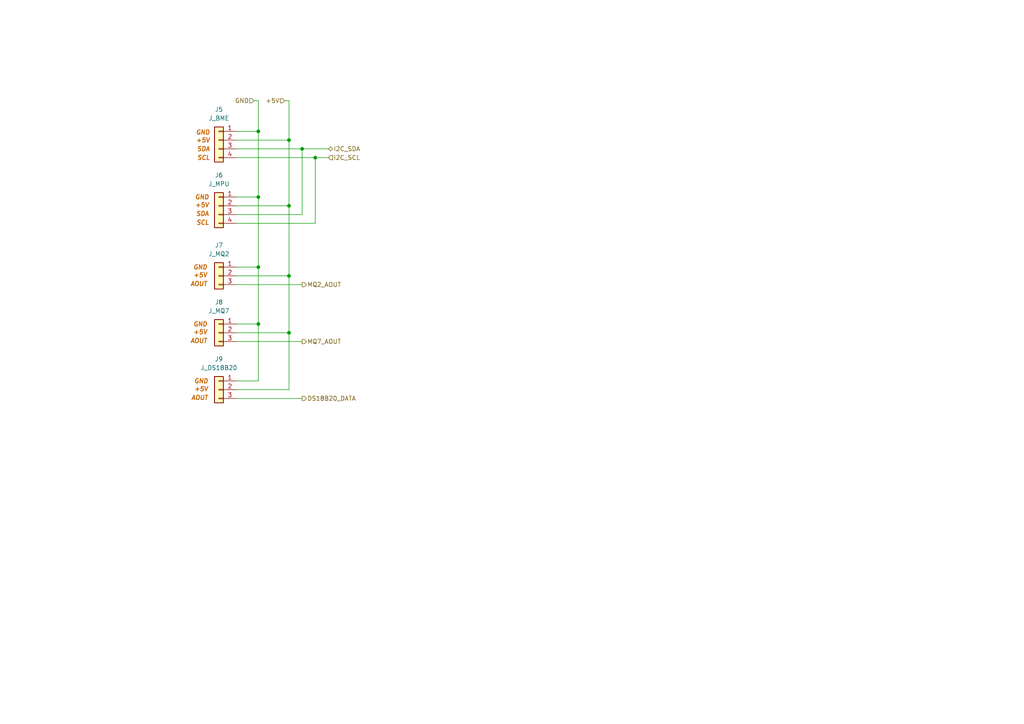
<source format=kicad_sch>
(kicad_sch (version 20250114) (generator "eeschema") (generator_version "9.0")
  (paper "A4")
  (title_block (title "Van Onboard Computer") (date "2025-12-02") (rev "1.1"))
  (lib_symbols
    (symbol "Connector_Generic:Conn_01x03" (pin_names (offset 1.016) (hide yes))
      (property "Reference" "J" (at 0 5.08 0))
      (property "Value" "Conn_01x03" (at 0 -5.08 0))
      (symbol "Conn_01x03_1_1"
        (rectangle (start -1.27 3.81) (end 1.27 -3.81) (stroke (width 0.254)) (fill (type background)))
        (rectangle (start -1.27 2.667) (end 0 2.413) (stroke (width 0.1524)))
        (rectangle (start -1.27 0.127) (end 0 -0.127) (stroke (width 0.1524)))
        (rectangle (start -1.27 -2.413) (end 0 -2.667) (stroke (width 0.1524)))
        (pin passive line (at -5.08 2.54 0) (length 3.81) (name "Pin_1") (number "1"))
        (pin passive line (at -5.08 0 0) (length 3.81) (name "Pin_2") (number "2"))
        (pin passive line (at -5.08 -2.54 0) (length 3.81) (name "Pin_3") (number "3"))
      )
    )
    (symbol "Connector_Generic:Conn_01x04" (pin_names (offset 1.016) (hide yes))
      (property "Reference" "J" (at 0 5.08 0))
      (property "Value" "Conn_01x04" (at 0 -7.62 0))
      (symbol "Conn_01x04_1_1"
        (rectangle (start -1.27 3.81) (end 1.27 -6.35) (stroke (width 0.254)) (fill (type background)))
        (rectangle (start -1.27 2.667) (end 0 2.413) (stroke (width 0.1524)))
        (rectangle (start -1.27 0.127) (end 0 -0.127) (stroke (width 0.1524)))
        (rectangle (start -1.27 -2.413) (end 0 -2.667) (stroke (width 0.1524)))
        (rectangle (start -1.27 -4.953) (end 0 -5.207) (stroke (width 0.1524)))
        (pin passive line (at -5.08 2.54 0) (length 3.81) (name "Pin_1") (number "1"))
        (pin passive line (at -5.08 0 0) (length 3.81) (name "Pin_2") (number "2"))
        (pin passive line (at -5.08 -2.54 0) (length 3.81) (name "Pin_3") (number "3"))
        (pin passive line (at -5.08 -5.08 0) (length 3.81) (name "Pin_4") (number "4"))
      )
    )
  )
  (text "+5V" (at 60.452 113.03 0) (effects (font (size 1.27 1.27) (thickness 0.254) (bold yes) (italic yes)) (justify right)))
  (text "AOUT" (at 60.198 99.06 0) (effects (font (size 1.27 1.27) (thickness 0.254) (bold yes) (italic yes)) (justify right)))
  (text "GND" (at 60.96 38.608 0) (effects (font (size 1.27 1.27) (thickness 0.254) (bold yes) (italic yes)) (justify right)))
  (text "SCL" (at 60.706 64.77 0) (effects (font (size 1.27 1.27) (thickness 0.254) (bold yes) (italic yes)) (justify right)))
  (text "GND" (at 60.452 110.744 0) (effects (font (size 1.27 1.27) (thickness 0.254) (bold yes) (italic yes)) (justify right)))
  (text "+5V" (at 60.198 80.01 0) (effects (font (size 1.27 1.27) (thickness 0.254) (bold yes) (italic yes)) (justify right)))
  (text "SDA" (at 60.706 62.23 0) (effects (font (size 1.27 1.27) (thickness 0.254) (bold yes) (italic yes)) (justify right)))
  (text "AOUT" (at 60.198 82.55 0) (effects (font (size 1.27 1.27) (thickness 0.254) (bold yes) (italic yes)) (justify right)))
  (text "GND" (at 60.198 77.724 0) (effects (font (size 1.27 1.27) (thickness 0.254) (bold yes) (italic yes)) (justify right)))
  (text "GND" (at 60.198 94.234 0) (effects (font (size 1.27 1.27) (thickness 0.254) (bold yes) (italic yes)) (justify right)))
  (text "+5V" (at 60.96 40.894 0) (effects (font (size 1.27 1.27) (thickness 0.254) (bold yes) (italic yes)) (justify right)))
  (text "+5V" (at 60.706 59.69 0) (effects (font (size 1.27 1.27) (thickness 0.254) (bold yes) (italic yes)) (justify right)))
  (text "SCL" (at 60.96 45.974 0) (effects (font (size 1.27 1.27) (thickness 0.254) (bold yes) (italic yes)) (justify right)))
  (text "GND" (at 60.706 57.404 0) (effects (font (size 1.27 1.27) (thickness 0.254) (bold yes) (italic yes)) (justify right)))
  (text "AOUT" (at 60.452 115.57 0) (effects (font (size 1.27 1.27) (thickness 0.254) (bold yes) (italic yes)) (justify right)))
  (text "+5V" (at 60.198 96.52 0) (effects (font (size 1.27 1.27) (thickness 0.254) (bold yes) (italic yes)) (justify right)))
  (text "SDA" (at 60.96 43.434 0) (effects (font (size 1.27 1.27) (thickness 0.254) (bold yes) (italic yes)) (justify right)))
  (junction (at 74.93 38.1))
  (junction (at 74.93 93.98))
  (junction (at 74.93 57.15))
  (junction (at 87.63 43.18))
  (junction (at 83.82 96.52))
  (junction (at 83.82 59.69))
  (junction (at 74.93 77.47))
  (junction (at 83.82 40.64))
  (junction (at 83.82 80.01))
  (junction (at 91.44 45.72))
  (wire (pts (xy 83.82 29.21) (xy 82.55 29.21)))
  (wire (pts (xy 68.58 77.47) (xy 74.93 77.47)))
  (wire (pts (xy 91.44 64.77) (xy 91.44 45.72)))
  (wire (pts (xy 74.93 38.1) (xy 74.93 29.21)))
  (wire (pts (xy 87.63 43.18) (xy 95.25 43.18)))
  (wire (pts (xy 68.58 45.72) (xy 91.44 45.72)))
  (wire (pts (xy 74.93 77.47) (xy 74.93 57.15)))
  (wire (pts (xy 68.58 62.23) (xy 87.63 62.23)))
  (wire (pts (xy 68.58 99.06) (xy 87.63 99.06)))
  (wire (pts (xy 83.82 40.64) (xy 83.82 29.21)))
  (wire (pts (xy 83.82 59.69) (xy 83.82 40.64)))
  (wire (pts (xy 74.93 29.21) (xy 73.66 29.21)))
  (wire (pts (xy 68.58 113.03) (xy 83.82 113.03)))
  (wire (pts (xy 68.58 43.18) (xy 87.63 43.18)))
  (wire (pts (xy 83.82 80.01) (xy 83.82 59.69)))
  (wire (pts (xy 68.58 80.01) (xy 83.82 80.01)))
  (wire (pts (xy 68.58 82.55) (xy 87.63 82.55)))
  (wire (pts (xy 87.63 62.23) (xy 87.63 43.18)))
  (wire (pts (xy 83.82 96.52) (xy 83.82 80.01)))
  (wire (pts (xy 68.58 38.1) (xy 74.93 38.1)))
  (wire (pts (xy 68.58 115.57) (xy 87.63 115.57)))
  (wire (pts (xy 68.58 110.49) (xy 74.93 110.49)))
  (wire (pts (xy 74.93 93.98) (xy 74.93 77.47)))
  (wire (pts (xy 68.58 59.69) (xy 83.82 59.69)))
  (wire (pts (xy 91.44 45.72) (xy 95.25 45.72)))
  (wire (pts (xy 68.58 93.98) (xy 74.93 93.98)))
  (wire (pts (xy 68.58 64.77) (xy 91.44 64.77)))
  (wire (pts (xy 74.93 57.15) (xy 74.93 38.1)))
  (wire (pts (xy 68.58 57.15) (xy 74.93 57.15)))
  (wire (pts (xy 68.58 96.52) (xy 83.82 96.52)))
  (wire (pts (xy 68.58 40.64) (xy 83.82 40.64)))
  (wire (pts (xy 74.93 110.49) (xy 74.93 93.98)))
  (wire (pts (xy 83.82 113.03) (xy 83.82 96.52)))
  (hierarchical_label "MQ7_AOUT" (shape output) (at 87.63 99.06 0))
  (hierarchical_label "I2C_SDA" (shape bidirectional) (at 95.25 43.18 0))
  (hierarchical_label "DS18B20_DATA" (shape output) (at 87.63 115.57 0))
  (hierarchical_label "+5V" (shape input) (at 82.55 29.21 180))
  (hierarchical_label "GND" (shape input) (at 73.66 29.21 180))
  (hierarchical_label "MQ2_AOUT" (shape output) (at 87.63 82.55 0))
  (hierarchical_label "I2C_SCL" (shape input) (at 95.25 45.72 0))
  (symbol (lib_id "Connector_Generic:Conn_01x04") (at 63.5 40.64 0) (mirror y) (unit 1)
    (property "Reference" "J5" (at 63.5 31.75 0))
    (property "Value" "J_BME" (at 63.5 34.29 0))
    (property "Footprint" "Connector_PinHeader_2.54mm:PinHeader_1x04_P2.54mm_Vertical" (effects (hide yes)))
    (property "Description" "Generic connector, single row, 01x04, script generated (kicad-library-utils/schlib/autogen/connector/)" (effects (hide yes)))
  )
  (symbol (lib_id "Connector_Generic:Conn_01x04") (at 63.5 59.69 0) (mirror y) (unit 1)
    (property "Reference" "J6" (at 63.5 50.8 0))
    (property "Value" "J_MPU" (at 63.5 53.34 0))
    (property "Footprint" "Connector_PinHeader_2.54mm:PinHeader_1x04_P2.54mm_Vertical" (effects (hide yes)))
    (property "Description" "Generic connector, single row, 01x04, script generated (kicad-library-utils/schlib/autogen/connector/)" (effects (hide yes)))
  )
  (symbol (lib_id "Connector_Generic:Conn_01x03") (at 63.5 113.03 0) (mirror y) (unit 1)
    (property "Reference" "J9" (at 63.5 104.14 0))
    (property "Value" "J_DS18B20" (at 63.5 106.68 0))
    (property "Footprint" "Connector_PinHeader_2.54mm:PinHeader_1x03_P2.54mm_Vertical" (effects (hide yes)))
    (property "Description" "Generic connector, single row, 01x03, script generated (kicad-library-utils/schlib/autogen/connector/)" (effects (hide yes)))
  )
  (symbol (lib_id "Connector_Generic:Conn_01x03") (at 63.5 96.52 0) (mirror y) (unit 1)
    (property "Reference" "J8" (at 63.5 87.63 0))
    (property "Value" "J_MQ7" (at 63.5 90.17 0))
    (property "Footprint" "Connector_PinHeader_2.54mm:PinHeader_1x03_P2.54mm_Vertical" (effects (hide yes)))
    (property "Description" "Generic connector, single row, 01x03, script generated (kicad-library-utils/schlib/autogen/connector/)" (effects (hide yes)))
  )
  (symbol (lib_id "Connector_Generic:Conn_01x03") (at 63.5 80.01 0) (mirror y) (unit 1)
    (property "Reference" "J7" (at 63.5 71.12 0))
    (property "Value" "J_MQ2" (at 63.5 73.66 0))
    (property "Footprint" "Connector_PinHeader_2.54mm:PinHeader_1x03_P2.54mm_Vertical" (effects (hide yes)))
    (property "Description" "Generic connector, single row, 01x03, script generated (kicad-library-utils/schlib/autogen/connector/)" (effects (hide yes)))
  )
)
</source>
